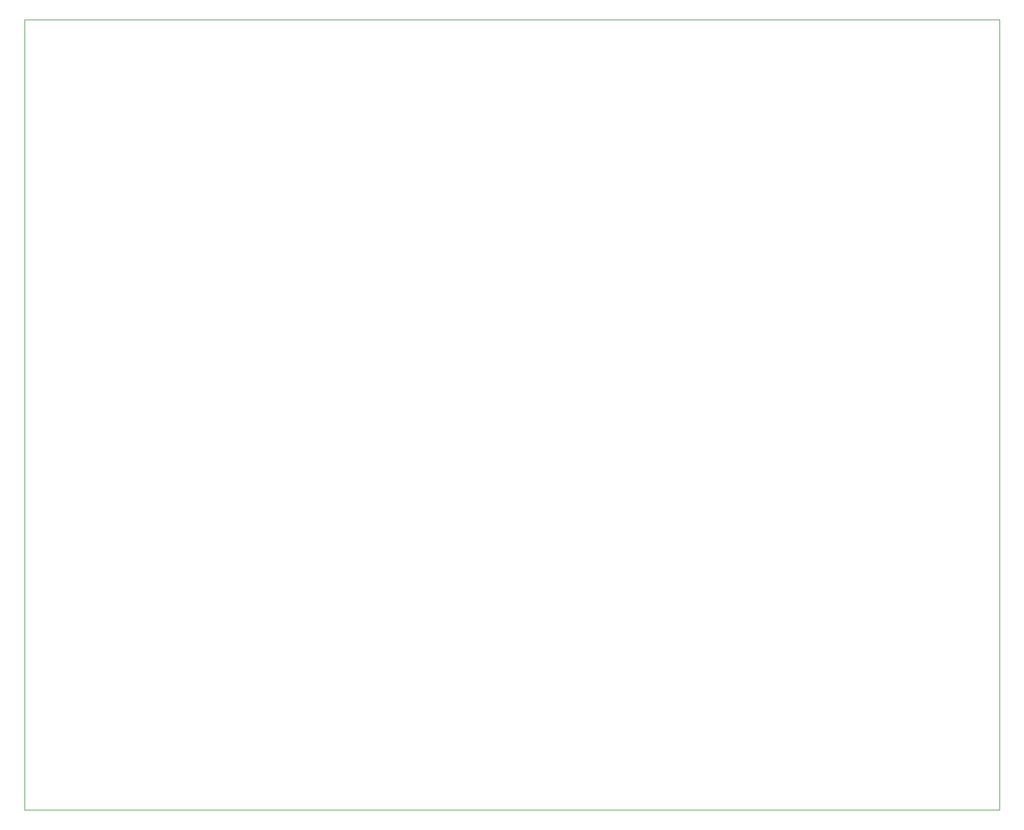
<source format=gbr>
G04 #@! TF.GenerationSoftware,KiCad,Pcbnew,(5.1.5)-3*
G04 #@! TF.CreationDate,2020-02-04T14:54:33-05:00*
G04 #@! TF.ProjectId,PacMan,5061634d-616e-42e6-9b69-6361645f7063,1.2*
G04 #@! TF.SameCoordinates,Original*
G04 #@! TF.FileFunction,Profile,NP*
%FSLAX46Y46*%
G04 Gerber Fmt 4.6, Leading zero omitted, Abs format (unit mm)*
G04 Created by KiCad (PCBNEW (5.1.5)-3) date 2020-02-04 14:54:33*
%MOMM*%
%LPD*%
G04 APERTURE LIST*
%ADD10C,0.050000*%
G04 APERTURE END LIST*
D10*
X76200000Y-44450000D02*
X210820000Y-44450000D01*
X76200000Y-44450000D02*
X76200000Y-153670000D01*
X76200000Y-153670000D02*
X210820000Y-153670000D01*
X210820000Y-153670000D02*
X210820000Y-44450000D01*
M02*

</source>
